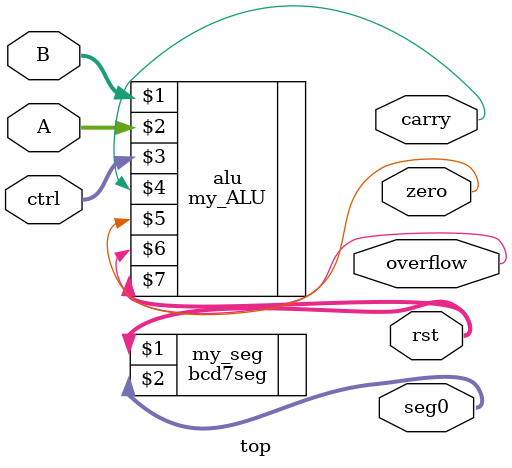
<source format=v>
module top(
	input [3:0]	B,A,
	input [2:0] ctrl,

	output carry,zero,overflow,
	output [3:0] rst,
	output [6:0] seg0
);

my_ALU alu(B,A,ctrl, carry, zero, overflow, rst);
bcd7seg my_seg(rst, seg0);

endmodule

</source>
